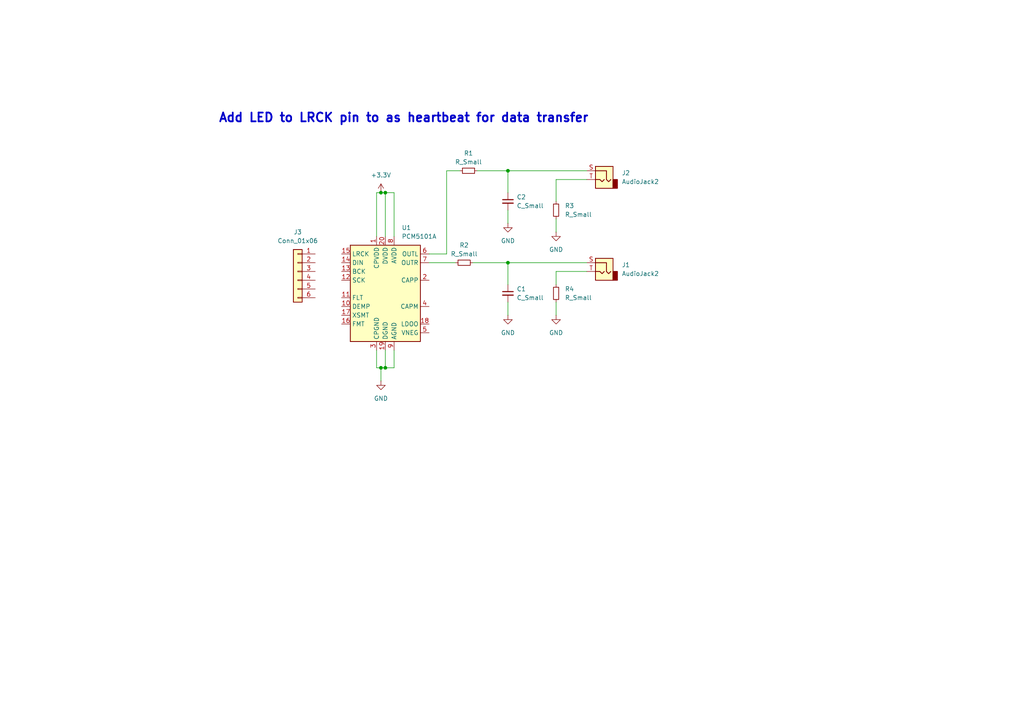
<source format=kicad_sch>
(kicad_sch (version 20231120) (generator "eeschema") (generator_version "8.0")
  (paper "A4")
  (lib_symbols
    (symbol "Audio:PCM5101A"
      (property "Reference" "U" (at -10.16 13.97 0))
      (property "Value" "PCM5101A" (at 3.81 13.97 0))
      (symbol "PCM5101A_0_1"
        (rectangle (start -10.16 12.7) (end 10.16 -15.24) (stroke (width 0.254)) (fill (type background)))
      )
      (symbol "PCM5101A_1_1"
        (pin passive line (at -2.54 15.24 270) (length 2.54) (name "CPVDD") (number "1"))
        (pin input line (at -12.7 -5.08 0) (length 2.54) (name "DEMP") (number "10"))
        (pin input line (at -12.7 -2.54 0) (length 2.54) (name "FLT") (number "11"))
        (pin input line (at -12.7 2.54 0) (length 2.54) (name "SCK") (number "12"))
        (pin input line (at -12.7 5.08 0) (length 2.54) (name "BCK") (number "13"))
        (pin input line (at -12.7 7.62 0) (length 2.54) (name "DIN") (number "14"))
        (pin input line (at -12.7 10.16 0) (length 2.54) (name "LRCK") (number "15"))
        (pin input line (at -12.7 -10.16 0) (length 2.54) (name "FMT") (number "16"))
        (pin input line (at -12.7 -7.62 0) (length 2.54) (name "XSMT") (number "17"))
        (pin passive line (at 12.7 -10.16 180) (length 2.54) (name "LDOO") (number "18"))
        (pin power_in line (at 0 -17.78 90) (length 2.54) (name "DGND") (number "19"))
        (pin passive line (at 12.7 2.54 180) (length 2.54) (name "CAPP") (number "2"))
        (pin power_in line (at 0 15.24 270) (length 2.54) (name "DVDD") (number "20"))
        (pin power_in line (at -2.54 -17.78 90) (length 2.54) (name "CPGND") (number "3"))
        (pin passive line (at 12.7 -5.08 180) (length 2.54) (name "CAPM") (number "4"))
        (pin passive line (at 12.7 -12.7 180) (length 2.54) (name "VNEG") (number "5"))
        (pin output line (at 12.7 10.16 180) (length 2.54) (name "OUTL") (number "6"))
        (pin output line (at 12.7 7.62 180) (length 2.54) (name "OUTR") (number "7"))
        (pin power_in line (at 2.54 15.24 270) (length 2.54) (name "AVDD") (number "8"))
        (pin power_in line (at 2.54 -17.78 90) (length 2.54) (name "AGND") (number "9"))
      )
    )
    (symbol "Connector_Audio:AudioJack2"
      (property "Reference" "J" (at 0 8.89 0))
      (property "Value" "AudioJack2" (at 0 6.35 0))
      (symbol "AudioJack2_0_1"
        (rectangle (start -3.81 0) (end -2.54 -2.54) (stroke (width 0.254)) (fill (type outline)))
        (rectangle (start -2.54 3.81) (end 2.54 -2.54) (stroke (width 0.254)) (fill (type background)))
        (polyline (pts (xy 0 0) (xy 0.635 -0.635) (xy 1.27 0) (xy 2.54 0)) (stroke (width 0.254)))
        (polyline (pts (xy 2.54 2.54) (xy -0.635 2.54) (xy -0.635 0) (xy -1.27 -0.635) (xy -1.905 0)) (stroke (width 0.254)))
      )
      (symbol "AudioJack2_1_1"
        (pin passive line (at 5.08 2.54 180) (length 2.54) (name "~") (number "S"))
        (pin passive line (at 5.08 0 180) (length 2.54) (name "~") (number "T"))
      )
    )
    (symbol "Connector_Generic:Conn_01x06" (pin_names (offset 1.016) hide)
      (property "Reference" "J" (at 0 7.62 0))
      (property "Value" "Conn_01x06" (at 0 -10.16 0))
      (symbol "Conn_01x06_1_1"
        (rectangle (start -1.27 -7.493) (end 0 -7.747) (stroke (width 0.1524)))
        (rectangle (start -1.27 -4.953) (end 0 -5.207) (stroke (width 0.1524)))
        (rectangle (start -1.27 -2.413) (end 0 -2.667) (stroke (width 0.1524)))
        (rectangle (start -1.27 0.127) (end 0 -0.127) (stroke (width 0.1524)))
        (rectangle (start -1.27 2.667) (end 0 2.413) (stroke (width 0.1524)))
        (rectangle (start -1.27 5.207) (end 0 4.953) (stroke (width 0.1524)))
        (rectangle (start -1.27 6.35) (end 1.27 -8.89) (stroke (width 0.254)) (fill (type background)))
        (pin passive line (at -5.08 5.08 0) (length 3.81) (name "Pin_1") (number "1"))
        (pin passive line (at -5.08 2.54 0) (length 3.81) (name "Pin_2") (number "2"))
        (pin passive line (at -5.08 0 0) (length 3.81) (name "Pin_3") (number "3"))
        (pin passive line (at -5.08 -2.54 0) (length 3.81) (name "Pin_4") (number "4"))
        (pin passive line (at -5.08 -5.08 0) (length 3.81) (name "Pin_5") (number "5"))
        (pin passive line (at -5.08 -7.62 0) (length 3.81) (name "Pin_6") (number "6"))
      )
    )
    (symbol "Device:C_Small" (pin_numbers hide) (pin_names (offset 0.254) hide)
      (property "Reference" "C" (at 0.254 1.778 0))
      (property "Value" "C_Small" (at 0.254 -2.032 0))
      (symbol "C_Small_0_1"
        (polyline (pts (xy -1.524 -0.508) (xy 1.524 -0.508)) (stroke (width 0.3302)))
        (polyline (pts (xy -1.524 0.508) (xy 1.524 0.508)) (stroke (width 0.3048)))
      )
      (symbol "C_Small_1_1"
        (pin passive line (at 0 2.54 270) (length 2.032) (name "~") (number "1"))
        (pin passive line (at 0 -2.54 90) (length 2.032) (name "~") (number "2"))
      )
    )
    (symbol "Device:R_Small" (pin_numbers hide) (pin_names (offset 0.254) hide)
      (property "Reference" "R" (at 0.762 0.508 0))
      (property "Value" "R_Small" (at 0.762 -1.016 0))
      (symbol "R_Small_0_1"
        (rectangle (start -0.762 1.778) (end 0.762 -1.778) (stroke (width 0.2032)))
      )
      (symbol "R_Small_1_1"
        (pin passive line (at 0 2.54 270) (length 0.762) (name "~") (number "1"))
        (pin passive line (at 0 -2.54 90) (length 0.762) (name "~") (number "2"))
      )
    )
    (symbol "power:+3.3V" (power) (pin_numbers hide) (pin_names (offset 0) hide)
      (property "Value" "+3.3V" (at 0 3.556 0))
      (symbol "+3.3V_0_1"
        (polyline (pts (xy -0.762 1.27) (xy 0 2.54)))
        (polyline (pts (xy 0 0) (xy 0 2.54)))
        (polyline (pts (xy 0 2.54) (xy 0.762 1.27)))
      )
      (symbol "+3.3V_1_1"
        (pin power_in line (at 0 0 90) (length 0) (name "~") (number "1"))
      )
    )
    (symbol "power:GND" (power) (pin_numbers hide) (pin_names (offset 0) hide)
      (property "Value" "GND" (at 0 -3.81 0))
      (symbol "GND_0_1"
        (polyline (pts (xy 0 0) (xy 0 -1.27) (xy 1.27 -1.27) (xy 0 -2.54) (xy -1.27 -1.27) (xy 0 -1.27)))
      )
      (symbol "GND_1_1"
        (pin power_in line (at 0 0 270) (length 0) (name "~") (number "1"))
      )
    )
  )
  (junction (at 147.32 76.2))
  (junction (at 111.76 106.68))
  (junction (at 147.32 49.53))
  (junction (at 110.49 55.88))
  (junction (at 111.76 55.88))
  (junction (at 110.49 106.68))
  (wire (pts (xy 129.54 73.66) (xy 129.54 49.53)))
  (wire (pts (xy 147.32 49.53) (xy 147.32 55.88)))
  (wire (pts (xy 147.32 87.63) (xy 147.32 91.44)))
  (wire (pts (xy 124.46 76.2) (xy 132.08 76.2)))
  (wire (pts (xy 147.32 76.2) (xy 147.32 82.55)))
  (wire (pts (xy 124.46 73.66) (xy 129.54 73.66)))
  (wire (pts (xy 170.18 52.07) (xy 161.29 52.07)))
  (wire (pts (xy 161.29 78.74) (xy 161.29 82.55)))
  (wire (pts (xy 147.32 49.53) (xy 170.18 49.53)))
  (wire (pts (xy 114.3 68.58) (xy 114.3 55.88)))
  (wire (pts (xy 137.16 76.2) (xy 147.32 76.2)))
  (wire (pts (xy 161.29 63.5) (xy 161.29 67.31)))
  (wire (pts (xy 114.3 101.6) (xy 114.3 106.68)))
  (wire (pts (xy 111.76 68.58) (xy 111.76 55.88)))
  (wire (pts (xy 161.29 87.63) (xy 161.29 91.44)))
  (wire (pts (xy 110.49 55.88) (xy 111.76 55.88)))
  (wire (pts (xy 129.54 49.53) (xy 133.35 49.53)))
  (wire (pts (xy 110.49 106.68) (xy 110.49 110.49)))
  (wire (pts (xy 161.29 52.07) (xy 161.29 58.42)))
  (wire (pts (xy 109.22 68.58) (xy 109.22 55.88)))
  (wire (pts (xy 109.22 55.88) (xy 110.49 55.88)))
  (wire (pts (xy 147.32 76.2) (xy 170.18 76.2)))
  (wire (pts (xy 147.32 60.96) (xy 147.32 64.77)))
  (wire (pts (xy 109.22 101.6) (xy 109.22 106.68)))
  (wire (pts (xy 138.43 49.53) (xy 147.32 49.53)))
  (wire (pts (xy 110.49 106.68) (xy 111.76 106.68)))
  (wire (pts (xy 109.22 106.68) (xy 110.49 106.68)))
  (wire (pts (xy 111.76 106.68) (xy 114.3 106.68)))
  (wire (pts (xy 114.3 55.88) (xy 111.76 55.88)))
  (wire (pts (xy 170.18 78.74) (xy 161.29 78.74)))
  (wire (pts (xy 111.76 101.6) (xy 111.76 106.68)))
  (text "Add LED to LRCK pin to as heartbeat for data transfer" (at 117.094 34.29 0) (effects (font (size 2.54 2.54) (thickness 0.508) (bold yes))))
  (symbol (lib_id "Connector_Audio:AudioJack2") (at 175.26 78.74 0) (mirror y) (unit 1)
    (property "Reference" "J1" (at 180.34 76.8349 0) (effects (justify right)))
    (property "Value" "AudioJack2" (at 180.34 79.3749 0) (effects (justify right)))
    (property "Footprint" "Connector_Audio:Jack_speakON-6.35mm_Neutrik_NLJ2MDXX-H_Horizontal" (effects (hide yes)))
    (property "Description" "Audio Jack, 2 Poles (Mono / TS)" (effects (hide yes)))
  )
  (symbol (lib_id "Connector_Generic:Conn_01x06") (at 86.36 78.74 0) (mirror y) (unit 1)
    (property "Reference" "J3" (at 86.36 67.31 0))
    (property "Value" "Conn_01x06" (at 86.36 69.85 0))
    (property "Description" "Generic connector, single row, 01x06, script generated (kicad-library-utils/schlib/autogen/connector/)" (effects (hide yes)))
  )
  (symbol (lib_id "power:GND") (at 147.32 64.77 0) (unit 1)
    (property "Reference" "#PWR06" (effects (hide yes)))
    (property "Value" "GND" (at 147.32 69.85 0))
    (property "Description" "Power symbol creates a global label with name \"GND\" , ground" (effects (hide yes)))
  )
  (symbol (lib_id "Device:R_Small") (at 134.62 76.2 90) (unit 1)
    (property "Reference" "R2" (at 134.62 71.12 90))
    (property "Value" "R_Small" (at 134.62 73.66 90))
    (property "Description" "Resistor, small symbol" (effects (hide yes)))
  )
  (symbol (lib_id "Device:R_Small") (at 161.29 60.96 180) (unit 1)
    (property "Reference" "R3" (at 163.83 59.6899 0) (effects (justify right)))
    (property "Value" "R_Small" (at 163.83 62.2299 0) (effects (justify right)))
    (property "Description" "Resistor, small symbol" (effects (hide yes)))
  )
  (symbol (lib_id "Device:R_Small") (at 161.29 85.09 180) (unit 1)
    (property "Reference" "R4" (at 163.83 83.8199 0) (effects (justify right)))
    (property "Value" "R_Small" (at 163.83 86.3599 0) (effects (justify right)))
    (property "Description" "Resistor, small symbol" (effects (hide yes)))
  )
  (symbol (lib_id "power:GND") (at 147.32 91.44 0) (unit 1)
    (property "Reference" "#PWR05" (effects (hide yes)))
    (property "Value" "GND" (at 147.32 96.52 0))
    (property "Description" "Power symbol creates a global label with name \"GND\" , ground" (effects (hide yes)))
  )
  (symbol (lib_id "Connector_Audio:AudioJack2") (at 175.26 52.07 0) (mirror y) (unit 1)
    (property "Reference" "J2" (at 180.34 50.1649 0) (effects (justify right)))
    (property "Value" "AudioJack2" (at 180.34 52.7049 0) (effects (justify right)))
    (property "Footprint" "Connector_Audio:Jack_speakON-6.35mm_Neutrik_NLJ2MDXX-H_Horizontal" (effects (hide yes)))
    (property "Description" "Audio Jack, 2 Poles (Mono / TS)" (effects (hide yes)))
  )
  (symbol (lib_id "Device:R_Small") (at 135.89 49.53 90) (unit 1)
    (property "Reference" "R1" (at 135.89 44.45 90))
    (property "Value" "R_Small" (at 135.89 46.99 90))
    (property "Description" "Resistor, small symbol" (effects (hide yes)))
  )
  (symbol (lib_id "power:+3.3V") (at 110.49 55.88 0) (unit 1)
    (property "Reference" "#PWR02" (effects (hide yes)))
    (property "Value" "+3.3V" (at 110.49 50.8 0))
    (property "Description" "Power symbol creates a global label with name \"+3.3V\"" (effects (hide yes)))
  )
  (symbol (lib_id "Device:C_Small") (at 147.32 85.09 0) (unit 1)
    (property "Reference" "C1" (at 149.86 83.8262 0) (effects (justify left)))
    (property "Value" "C_Small" (at 149.86 86.3662 0) (effects (justify left)))
    (property "Description" "Unpolarized capacitor, small symbol" (effects (hide yes)))
  )
  (symbol (lib_id "power:GND") (at 161.29 91.44 0) (unit 1)
    (property "Reference" "#PWR03" (effects (hide yes)))
    (property "Value" "GND" (at 161.29 96.52 0))
    (property "Description" "Power symbol creates a global label with name \"GND\" , ground" (effects (hide yes)))
  )
  (symbol (lib_id "power:GND") (at 110.49 110.49 0) (unit 1)
    (property "Reference" "#PWR01" (effects (hide yes)))
    (property "Value" "GND" (at 110.49 115.57 0))
    (property "Description" "Power symbol creates a global label with name \"GND\" , ground" (effects (hide yes)))
  )
  (symbol (lib_id "Audio:PCM5101A") (at 111.76 83.82 0) (unit 1)
    (property "Reference" "U1" (at 116.4941 66.04 0) (effects (justify left)))
    (property "Value" "PCM5101A" (at 116.4941 68.58 0) (effects (justify left)))
    (property "Footprint" "Package_SO:TSSOP-20_4.4x6.5mm_P0.65mm" (effects (hide yes)))
    (property "Datasheet" "https://www.ti.com/lit/ds/symlink/pcm5101a.pdf" (effects (hide yes)))
    (property "Description" "2.1 VRMS, 106dB Audio Stereo DAC with PLL and 32-bit, 384kHz PCM Interface, TSSOP-20" (effects (hide yes)))
  )
  (symbol (lib_id "power:GND") (at 161.29 67.31 0) (unit 1)
    (property "Reference" "#PWR04" (effects (hide yes)))
    (property "Value" "GND" (at 161.29 72.39 0))
    (property "Description" "Power symbol creates a global label with name \"GND\" , ground" (effects (hide yes)))
  )
  (symbol (lib_id "Device:C_Small") (at 147.32 58.42 0) (unit 1)
    (property "Reference" "C2" (at 149.86 57.1562 0) (effects (justify left)))
    (property "Value" "C_Small" (at 149.86 59.6962 0) (effects (justify left)))
    (property "Description" "Unpolarized capacitor, small symbol" (effects (hide yes)))
  )
)
</source>
